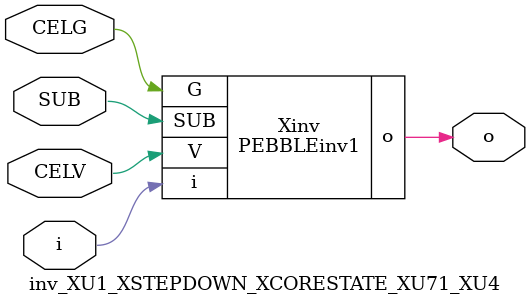
<source format=v>



module PEBBLEinv1 ( o, G, SUB, V, i );

  input V;
  input i;
  input G;
  output o;
  input SUB;
endmodule

//Celera Confidential Do Not Copy inv_XU1_XSTEPDOWN_XCORESTATE_XU71_XU4
//Celera Confidential Symbol Generator
//5V Inverter
module inv_XU1_XSTEPDOWN_XCORESTATE_XU71_XU4 (CELV,CELG,i,o,SUB);
input CELV;
input CELG;
input i;
input SUB;
output o;

//Celera Confidential Do Not Copy inv
PEBBLEinv1 Xinv(
.V (CELV),
.i (i),
.o (o),
.SUB (SUB),
.G (CELG)
);
//,diesize,PEBBLEinv1

//Celera Confidential Do Not Copy Module End
//Celera Schematic Generator
endmodule

</source>
